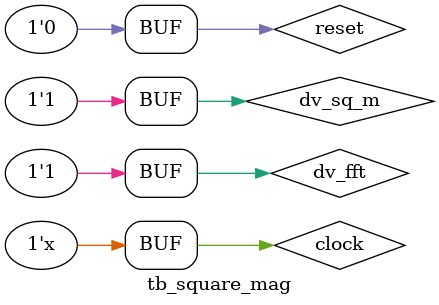
<source format=v>
`timescale 1ns / 1ns


module tb_square_mag();
    reg clock;
    reg reset;
    reg dv_fft;
    
    wire dv_sq_m;
    wire [31:0]xk_sq_m;
    
    reg [31:0] xk;
    
    initial begin
        reset = 1'b1;
        #20
        reset <= 1'b0;
        clock <= 1'b0;
        xk <= 32'b0000_0000_0000_0010_0000_0000_0000_0010;
        dv_fft <= 1'b1;
    end
    
    always #10 clock = ~clock;
    
    always @ (posedge clock, posedge reset) begin
        if (reset)
            xk <= 32'b0000_0000_0000_0010_0000_0000_0000_0010;
        else
            xk <= xk + 32'b0000_0000_0000_0000_0000_0000_0000_0001;
    end
    
    assign dv_sq_m = dv_fft;
    
    square_mag square_mag_inst(
        .sys_clk(clock),
        .areset(reset),
        .dv_fft(dv_fft),
        .xk_re(xk[15:0]),
        .xk_im(xk[31:16]),
        .dv_sq_m(dv_sq_m),
        .xk_sq_m(xk_sq_m)
        );
    
endmodule

</source>
